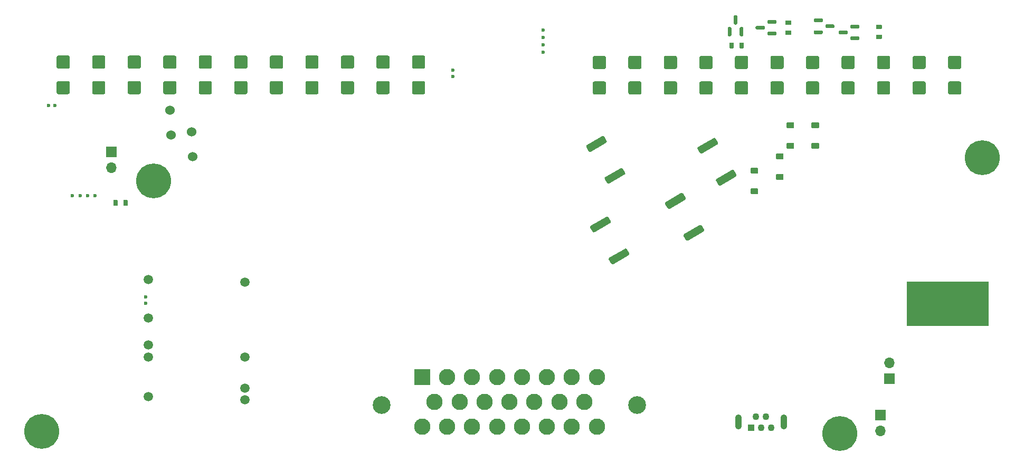
<source format=gbs>
G04 #@! TF.GenerationSoftware,KiCad,Pcbnew,8.0.1-8.0.1-1~ubuntu22.04.1*
G04 #@! TF.CreationDate,2024-04-28T00:00:29+00:00*
G04 #@! TF.ProjectId,uaeficopiedtovfr,75616566-6963-46f7-9069-6564746f7666,rev?*
G04 #@! TF.SameCoordinates,Original*
G04 #@! TF.FileFunction,Soldermask,Bot*
G04 #@! TF.FilePolarity,Negative*
%FSLAX46Y46*%
G04 Gerber Fmt 4.6, Leading zero omitted, Abs format (unit mm)*
G04 Created by KiCad (PCBNEW 8.0.1-8.0.1-1~ubuntu22.04.1) date 2024-04-28 00:00:29*
%MOMM*%
%LPD*%
G01*
G04 APERTURE LIST*
%ADD10C,0.120000*%
%ADD11C,5.600000*%
%ADD12R,1.700000X1.700000*%
%ADD13O,1.700000X1.700000*%
%ADD14C,0.600000*%
%ADD15C,1.500000*%
%ADD16C,2.850000*%
%ADD17R,2.625000X2.625000*%
%ADD18C,2.625000*%
%ADD19R,1.100000X1.100000*%
%ADD20C,1.100000*%
%ADD21O,1.100000X2.400000*%
%ADD22C,1.524000*%
G04 APERTURE END LIST*
D10*
G04 #@! TO.C,U2*
X156759000Y22030000D02*
X143759000Y22030000D01*
X143759000Y29030000D01*
X156759000Y29030000D01*
X156759000Y22030000D01*
G36*
X156759000Y22030000D02*
G01*
X143759000Y22030000D01*
X143759000Y29030000D01*
X156759000Y29030000D01*
X156759000Y22030000D01*
G37*
G04 #@! TD*
D11*
G04 #@! TO.C,H2*
X22925000Y45231000D03*
G04 #@! TD*
G04 #@! TO.C,H1*
X155885000Y48938000D03*
G04 #@! TD*
D12*
G04 #@! TO.C,JP3*
X139494000Y7635000D03*
D13*
X139494000Y5095000D03*
G04 #@! TD*
D14*
G04 #@! TO.C,M3*
X11118000Y42857000D03*
X9918000Y42857000D03*
X12318000Y42857000D03*
X13518000Y42857000D03*
X7058000Y57282000D03*
X6058000Y57282000D03*
G04 #@! TD*
D12*
G04 #@! TO.C,JP2*
X16186000Y49905000D03*
D13*
X16186000Y47365000D03*
G04 #@! TD*
D11*
G04 #@! TO.C,*
X5000000Y5000000D03*
G04 #@! TD*
D15*
G04 #@! TO.C,M1*
X22089005Y10557001D03*
X22089005Y16956998D03*
X22089005Y18857001D03*
X22089005Y23157001D03*
D14*
X21639006Y25556998D03*
X21639006Y26556999D03*
D15*
X22089005Y29407001D03*
X37589002Y10106999D03*
X37589002Y11956998D03*
X37589002Y16907001D03*
X37589002Y28956999D03*
G04 #@! TD*
D16*
G04 #@! TO.C,J4*
X59507000Y9220000D03*
X100507000Y9220000D03*
D17*
X66007000Y13720000D03*
D18*
X70007000Y13720000D03*
X74007000Y13720000D03*
X78007000Y13720000D03*
X82007000Y13720000D03*
X86007000Y13720000D03*
X90007000Y13720000D03*
X94007000Y13720000D03*
X68007000Y9720000D03*
X72007000Y9720000D03*
X76007000Y9720000D03*
X80007000Y9720000D03*
X84007000Y9720000D03*
X88007000Y9720000D03*
X92007000Y9720000D03*
X66007000Y5720000D03*
X70007000Y5720000D03*
X74007000Y5720000D03*
X78007000Y5720000D03*
X82007000Y5720000D03*
X86007000Y5720000D03*
X90007000Y5720000D03*
X94007000Y5720000D03*
G04 #@! TD*
G04 #@! TO.C,U1*
G36*
G01*
X150375000Y59331001D02*
X150375000Y60930999D01*
G75*
G02*
X150625001Y61181000I250001J0D01*
G01*
X152224999Y61181000D01*
G75*
G02*
X152475000Y60930999I0J-250001D01*
G01*
X152475000Y59331001D01*
G75*
G02*
X152224999Y59081000I-250001J0D01*
G01*
X150625001Y59081000D01*
G75*
G02*
X150375000Y59331001I0J250001D01*
G01*
G37*
G36*
G01*
X144675000Y59331001D02*
X144675000Y60930999D01*
G75*
G02*
X144925001Y61181000I250001J0D01*
G01*
X146524999Y61181000D01*
G75*
G02*
X146775000Y60930999I0J-250001D01*
G01*
X146775000Y59331001D01*
G75*
G02*
X146524999Y59081000I-250001J0D01*
G01*
X144925001Y59081000D01*
G75*
G02*
X144675000Y59331001I0J250001D01*
G01*
G37*
G36*
G01*
X138975000Y59331001D02*
X138975000Y60930999D01*
G75*
G02*
X139225001Y61181000I250001J0D01*
G01*
X140824999Y61181000D01*
G75*
G02*
X141075000Y60930999I0J-250001D01*
G01*
X141075000Y59331001D01*
G75*
G02*
X140824999Y59081000I-250001J0D01*
G01*
X139225001Y59081000D01*
G75*
G02*
X138975000Y59331001I0J250001D01*
G01*
G37*
G36*
G01*
X133275000Y59331001D02*
X133275000Y60930999D01*
G75*
G02*
X133525001Y61181000I250001J0D01*
G01*
X135124999Y61181000D01*
G75*
G02*
X135375000Y60930999I0J-250001D01*
G01*
X135375000Y59331001D01*
G75*
G02*
X135124999Y59081000I-250001J0D01*
G01*
X133525001Y59081000D01*
G75*
G02*
X133275000Y59331001I0J250001D01*
G01*
G37*
G36*
G01*
X127575000Y59331001D02*
X127575000Y60930999D01*
G75*
G02*
X127825001Y61181000I250001J0D01*
G01*
X129424999Y61181000D01*
G75*
G02*
X129675000Y60930999I0J-250001D01*
G01*
X129675000Y59331001D01*
G75*
G02*
X129424999Y59081000I-250001J0D01*
G01*
X127825001Y59081000D01*
G75*
G02*
X127575000Y59331001I0J250001D01*
G01*
G37*
G36*
G01*
X121875000Y59331001D02*
X121875000Y60930999D01*
G75*
G02*
X122125001Y61181000I250001J0D01*
G01*
X123724999Y61181000D01*
G75*
G02*
X123975000Y60930999I0J-250001D01*
G01*
X123975000Y59331001D01*
G75*
G02*
X123724999Y59081000I-250001J0D01*
G01*
X122125001Y59081000D01*
G75*
G02*
X121875000Y59331001I0J250001D01*
G01*
G37*
G36*
G01*
X116175000Y59331001D02*
X116175000Y60930999D01*
G75*
G02*
X116425001Y61181000I250001J0D01*
G01*
X118024999Y61181000D01*
G75*
G02*
X118275000Y60930999I0J-250001D01*
G01*
X118275000Y59331001D01*
G75*
G02*
X118024999Y59081000I-250001J0D01*
G01*
X116425001Y59081000D01*
G75*
G02*
X116175000Y59331001I0J250001D01*
G01*
G37*
G36*
G01*
X110475000Y59331001D02*
X110475000Y60930999D01*
G75*
G02*
X110725001Y61181000I250001J0D01*
G01*
X112324999Y61181000D01*
G75*
G02*
X112575000Y60930999I0J-250001D01*
G01*
X112575000Y59331001D01*
G75*
G02*
X112324999Y59081000I-250001J0D01*
G01*
X110725001Y59081000D01*
G75*
G02*
X110475000Y59331001I0J250001D01*
G01*
G37*
G36*
G01*
X104775000Y59331001D02*
X104775000Y60930999D01*
G75*
G02*
X105025001Y61181000I250001J0D01*
G01*
X106624999Y61181000D01*
G75*
G02*
X106875000Y60930999I0J-250001D01*
G01*
X106875000Y59331001D01*
G75*
G02*
X106624999Y59081000I-250001J0D01*
G01*
X105025001Y59081000D01*
G75*
G02*
X104775000Y59331001I0J250001D01*
G01*
G37*
G36*
G01*
X99075000Y59331001D02*
X99075000Y60930999D01*
G75*
G02*
X99325001Y61181000I250001J0D01*
G01*
X100924999Y61181000D01*
G75*
G02*
X101175000Y60930999I0J-250001D01*
G01*
X101175000Y59331001D01*
G75*
G02*
X100924999Y59081000I-250001J0D01*
G01*
X99325001Y59081000D01*
G75*
G02*
X99075000Y59331001I0J250001D01*
G01*
G37*
G36*
G01*
X93375000Y59331001D02*
X93375000Y60930999D01*
G75*
G02*
X93625001Y61181000I250001J0D01*
G01*
X95224999Y61181000D01*
G75*
G02*
X95475000Y60930999I0J-250001D01*
G01*
X95475000Y59331001D01*
G75*
G02*
X95224999Y59081000I-250001J0D01*
G01*
X93625001Y59081000D01*
G75*
G02*
X93375000Y59331001I0J250001D01*
G01*
G37*
G36*
G01*
X150375000Y63431001D02*
X150375000Y65030999D01*
G75*
G02*
X150625001Y65281000I250001J0D01*
G01*
X152224999Y65281000D01*
G75*
G02*
X152475000Y65030999I0J-250001D01*
G01*
X152475000Y63431001D01*
G75*
G02*
X152224999Y63181000I-250001J0D01*
G01*
X150625001Y63181000D01*
G75*
G02*
X150375000Y63431001I0J250001D01*
G01*
G37*
G36*
G01*
X144675000Y63431001D02*
X144675000Y65030999D01*
G75*
G02*
X144925001Y65281000I250001J0D01*
G01*
X146524999Y65281000D01*
G75*
G02*
X146775000Y65030999I0J-250001D01*
G01*
X146775000Y63431001D01*
G75*
G02*
X146524999Y63181000I-250001J0D01*
G01*
X144925001Y63181000D01*
G75*
G02*
X144675000Y63431001I0J250001D01*
G01*
G37*
G36*
G01*
X138975000Y63431001D02*
X138975000Y65030999D01*
G75*
G02*
X139225001Y65281000I250001J0D01*
G01*
X140824999Y65281000D01*
G75*
G02*
X141075000Y65030999I0J-250001D01*
G01*
X141075000Y63431001D01*
G75*
G02*
X140824999Y63181000I-250001J0D01*
G01*
X139225001Y63181000D01*
G75*
G02*
X138975000Y63431001I0J250001D01*
G01*
G37*
G36*
G01*
X133275000Y63431001D02*
X133275000Y65030999D01*
G75*
G02*
X133525001Y65281000I250001J0D01*
G01*
X135124999Y65281000D01*
G75*
G02*
X135375000Y65030999I0J-250001D01*
G01*
X135375000Y63431001D01*
G75*
G02*
X135124999Y63181000I-250001J0D01*
G01*
X133525001Y63181000D01*
G75*
G02*
X133275000Y63431001I0J250001D01*
G01*
G37*
G36*
G01*
X127575000Y63431001D02*
X127575000Y65030999D01*
G75*
G02*
X127825001Y65281000I250001J0D01*
G01*
X129424999Y65281000D01*
G75*
G02*
X129675000Y65030999I0J-250001D01*
G01*
X129675000Y63431001D01*
G75*
G02*
X129424999Y63181000I-250001J0D01*
G01*
X127825001Y63181000D01*
G75*
G02*
X127575000Y63431001I0J250001D01*
G01*
G37*
G36*
G01*
X121875000Y63431001D02*
X121875000Y65030999D01*
G75*
G02*
X122125001Y65281000I250001J0D01*
G01*
X123724999Y65281000D01*
G75*
G02*
X123975000Y65030999I0J-250001D01*
G01*
X123975000Y63431001D01*
G75*
G02*
X123724999Y63181000I-250001J0D01*
G01*
X122125001Y63181000D01*
G75*
G02*
X121875000Y63431001I0J250001D01*
G01*
G37*
G36*
G01*
X116175000Y63431001D02*
X116175000Y65030999D01*
G75*
G02*
X116425001Y65281000I250001J0D01*
G01*
X118024999Y65281000D01*
G75*
G02*
X118275000Y65030999I0J-250001D01*
G01*
X118275000Y63431001D01*
G75*
G02*
X118024999Y63181000I-250001J0D01*
G01*
X116425001Y63181000D01*
G75*
G02*
X116175000Y63431001I0J250001D01*
G01*
G37*
G36*
G01*
X110475000Y63431001D02*
X110475000Y65030999D01*
G75*
G02*
X110725001Y65281000I250001J0D01*
G01*
X112324999Y65281000D01*
G75*
G02*
X112575000Y65030999I0J-250001D01*
G01*
X112575000Y63431001D01*
G75*
G02*
X112324999Y63181000I-250001J0D01*
G01*
X110725001Y63181000D01*
G75*
G02*
X110475000Y63431001I0J250001D01*
G01*
G37*
G36*
G01*
X104775000Y63431001D02*
X104775000Y65030999D01*
G75*
G02*
X105025001Y65281000I250001J0D01*
G01*
X106624999Y65281000D01*
G75*
G02*
X106875000Y65030999I0J-250001D01*
G01*
X106875000Y63431001D01*
G75*
G02*
X106624999Y63181000I-250001J0D01*
G01*
X105025001Y63181000D01*
G75*
G02*
X104775000Y63431001I0J250001D01*
G01*
G37*
G36*
G01*
X99075000Y63431001D02*
X99075000Y65030999D01*
G75*
G02*
X99325001Y65281000I250001J0D01*
G01*
X100924999Y65281000D01*
G75*
G02*
X101175000Y65030999I0J-250001D01*
G01*
X101175000Y63431001D01*
G75*
G02*
X100924999Y63181000I-250001J0D01*
G01*
X99325001Y63181000D01*
G75*
G02*
X99075000Y63431001I0J250001D01*
G01*
G37*
G36*
G01*
X93375000Y63431001D02*
X93375000Y65030999D01*
G75*
G02*
X93625001Y65281000I250001J0D01*
G01*
X95224999Y65281000D01*
G75*
G02*
X95475000Y65030999I0J-250001D01*
G01*
X95475000Y63431001D01*
G75*
G02*
X95224999Y63181000I-250001J0D01*
G01*
X93625001Y63181000D01*
G75*
G02*
X93375000Y63431001I0J250001D01*
G01*
G37*
G36*
G01*
X64375000Y59381001D02*
X64375000Y60980999D01*
G75*
G02*
X64625001Y61231000I250001J0D01*
G01*
X66224999Y61231000D01*
G75*
G02*
X66475000Y60980999I0J-250001D01*
G01*
X66475000Y59381001D01*
G75*
G02*
X66224999Y59131000I-250001J0D01*
G01*
X64625001Y59131000D01*
G75*
G02*
X64375000Y59381001I0J250001D01*
G01*
G37*
G36*
G01*
X58675000Y59381001D02*
X58675000Y60980999D01*
G75*
G02*
X58925001Y61231000I250001J0D01*
G01*
X60524999Y61231000D01*
G75*
G02*
X60775000Y60980999I0J-250001D01*
G01*
X60775000Y59381001D01*
G75*
G02*
X60524999Y59131000I-250001J0D01*
G01*
X58925001Y59131000D01*
G75*
G02*
X58675000Y59381001I0J250001D01*
G01*
G37*
G36*
G01*
X52975000Y59381001D02*
X52975000Y60980999D01*
G75*
G02*
X53225001Y61231000I250001J0D01*
G01*
X54824999Y61231000D01*
G75*
G02*
X55075000Y60980999I0J-250001D01*
G01*
X55075000Y59381001D01*
G75*
G02*
X54824999Y59131000I-250001J0D01*
G01*
X53225001Y59131000D01*
G75*
G02*
X52975000Y59381001I0J250001D01*
G01*
G37*
G36*
G01*
X47275000Y59381001D02*
X47275000Y60980999D01*
G75*
G02*
X47525001Y61231000I250001J0D01*
G01*
X49124999Y61231000D01*
G75*
G02*
X49375000Y60980999I0J-250001D01*
G01*
X49375000Y59381001D01*
G75*
G02*
X49124999Y59131000I-250001J0D01*
G01*
X47525001Y59131000D01*
G75*
G02*
X47275000Y59381001I0J250001D01*
G01*
G37*
G36*
G01*
X41575000Y59381001D02*
X41575000Y60980999D01*
G75*
G02*
X41825001Y61231000I250001J0D01*
G01*
X43424999Y61231000D01*
G75*
G02*
X43675000Y60980999I0J-250001D01*
G01*
X43675000Y59381001D01*
G75*
G02*
X43424999Y59131000I-250001J0D01*
G01*
X41825001Y59131000D01*
G75*
G02*
X41575000Y59381001I0J250001D01*
G01*
G37*
G36*
G01*
X35875000Y59381001D02*
X35875000Y60980999D01*
G75*
G02*
X36125001Y61231000I250001J0D01*
G01*
X37724999Y61231000D01*
G75*
G02*
X37975000Y60980999I0J-250001D01*
G01*
X37975000Y59381001D01*
G75*
G02*
X37724999Y59131000I-250001J0D01*
G01*
X36125001Y59131000D01*
G75*
G02*
X35875000Y59381001I0J250001D01*
G01*
G37*
G36*
G01*
X30175000Y59381001D02*
X30175000Y60980999D01*
G75*
G02*
X30425001Y61231000I250001J0D01*
G01*
X32024999Y61231000D01*
G75*
G02*
X32275000Y60980999I0J-250001D01*
G01*
X32275000Y59381001D01*
G75*
G02*
X32024999Y59131000I-250001J0D01*
G01*
X30425001Y59131000D01*
G75*
G02*
X30175000Y59381001I0J250001D01*
G01*
G37*
G36*
G01*
X24475000Y59381001D02*
X24475000Y60980999D01*
G75*
G02*
X24725001Y61231000I250001J0D01*
G01*
X26324999Y61231000D01*
G75*
G02*
X26575000Y60980999I0J-250001D01*
G01*
X26575000Y59381001D01*
G75*
G02*
X26324999Y59131000I-250001J0D01*
G01*
X24725001Y59131000D01*
G75*
G02*
X24475000Y59381001I0J250001D01*
G01*
G37*
G36*
G01*
X18775000Y59381001D02*
X18775000Y60980999D01*
G75*
G02*
X19025001Y61231000I250001J0D01*
G01*
X20624999Y61231000D01*
G75*
G02*
X20875000Y60980999I0J-250001D01*
G01*
X20875000Y59381001D01*
G75*
G02*
X20624999Y59131000I-250001J0D01*
G01*
X19025001Y59131000D01*
G75*
G02*
X18775000Y59381001I0J250001D01*
G01*
G37*
G36*
G01*
X13075000Y59381001D02*
X13075000Y60980999D01*
G75*
G02*
X13325001Y61231000I250001J0D01*
G01*
X14924999Y61231000D01*
G75*
G02*
X15175000Y60980999I0J-250001D01*
G01*
X15175000Y59381001D01*
G75*
G02*
X14924999Y59131000I-250001J0D01*
G01*
X13325001Y59131000D01*
G75*
G02*
X13075000Y59381001I0J250001D01*
G01*
G37*
G36*
G01*
X7375000Y59381001D02*
X7375000Y60980999D01*
G75*
G02*
X7625001Y61231000I250001J0D01*
G01*
X9224999Y61231000D01*
G75*
G02*
X9475000Y60980999I0J-250001D01*
G01*
X9475000Y59381001D01*
G75*
G02*
X9224999Y59131000I-250001J0D01*
G01*
X7625001Y59131000D01*
G75*
G02*
X7375000Y59381001I0J250001D01*
G01*
G37*
G36*
G01*
X64375000Y63481001D02*
X64375000Y65080999D01*
G75*
G02*
X64625001Y65331000I250001J0D01*
G01*
X66224999Y65331000D01*
G75*
G02*
X66475000Y65080999I0J-250001D01*
G01*
X66475000Y63481001D01*
G75*
G02*
X66224999Y63231000I-250001J0D01*
G01*
X64625001Y63231000D01*
G75*
G02*
X64375000Y63481001I0J250001D01*
G01*
G37*
G36*
G01*
X58675000Y63481001D02*
X58675000Y65080999D01*
G75*
G02*
X58925001Y65331000I250001J0D01*
G01*
X60524999Y65331000D01*
G75*
G02*
X60775000Y65080999I0J-250001D01*
G01*
X60775000Y63481001D01*
G75*
G02*
X60524999Y63231000I-250001J0D01*
G01*
X58925001Y63231000D01*
G75*
G02*
X58675000Y63481001I0J250001D01*
G01*
G37*
G36*
G01*
X52975000Y63481001D02*
X52975000Y65080999D01*
G75*
G02*
X53225001Y65331000I250001J0D01*
G01*
X54824999Y65331000D01*
G75*
G02*
X55075000Y65080999I0J-250001D01*
G01*
X55075000Y63481001D01*
G75*
G02*
X54824999Y63231000I-250001J0D01*
G01*
X53225001Y63231000D01*
G75*
G02*
X52975000Y63481001I0J250001D01*
G01*
G37*
G36*
G01*
X47275000Y63481001D02*
X47275000Y65080999D01*
G75*
G02*
X47525001Y65331000I250001J0D01*
G01*
X49124999Y65331000D01*
G75*
G02*
X49375000Y65080999I0J-250001D01*
G01*
X49375000Y63481001D01*
G75*
G02*
X49124999Y63231000I-250001J0D01*
G01*
X47525001Y63231000D01*
G75*
G02*
X47275000Y63481001I0J250001D01*
G01*
G37*
G36*
G01*
X41575000Y63481001D02*
X41575000Y65080999D01*
G75*
G02*
X41825001Y65331000I250001J0D01*
G01*
X43424999Y65331000D01*
G75*
G02*
X43675000Y65080999I0J-250001D01*
G01*
X43675000Y63481001D01*
G75*
G02*
X43424999Y63231000I-250001J0D01*
G01*
X41825001Y63231000D01*
G75*
G02*
X41575000Y63481001I0J250001D01*
G01*
G37*
G36*
G01*
X35875000Y63481001D02*
X35875000Y65080999D01*
G75*
G02*
X36125001Y65331000I250001J0D01*
G01*
X37724999Y65331000D01*
G75*
G02*
X37975000Y65080999I0J-250001D01*
G01*
X37975000Y63481001D01*
G75*
G02*
X37724999Y63231000I-250001J0D01*
G01*
X36125001Y63231000D01*
G75*
G02*
X35875000Y63481001I0J250001D01*
G01*
G37*
G36*
G01*
X30175000Y63481001D02*
X30175000Y65080999D01*
G75*
G02*
X30425001Y65331000I250001J0D01*
G01*
X32024999Y65331000D01*
G75*
G02*
X32275000Y65080999I0J-250001D01*
G01*
X32275000Y63481001D01*
G75*
G02*
X32024999Y63231000I-250001J0D01*
G01*
X30425001Y63231000D01*
G75*
G02*
X30175000Y63481001I0J250001D01*
G01*
G37*
G36*
G01*
X24475000Y63481001D02*
X24475000Y65080999D01*
G75*
G02*
X24725001Y65331000I250001J0D01*
G01*
X26324999Y65331000D01*
G75*
G02*
X26575000Y65080999I0J-250001D01*
G01*
X26575000Y63481001D01*
G75*
G02*
X26324999Y63231000I-250001J0D01*
G01*
X24725001Y63231000D01*
G75*
G02*
X24475000Y63481001I0J250001D01*
G01*
G37*
G36*
G01*
X18775000Y63481001D02*
X18775000Y65080999D01*
G75*
G02*
X19025001Y65331000I250001J0D01*
G01*
X20624999Y65331000D01*
G75*
G02*
X20875000Y65080999I0J-250001D01*
G01*
X20875000Y63481001D01*
G75*
G02*
X20624999Y63231000I-250001J0D01*
G01*
X19025001Y63231000D01*
G75*
G02*
X18775000Y63481001I0J250001D01*
G01*
G37*
G36*
G01*
X13075000Y63481001D02*
X13075000Y65080999D01*
G75*
G02*
X13325001Y65331000I250001J0D01*
G01*
X14924999Y65331000D01*
G75*
G02*
X15175000Y65080999I0J-250001D01*
G01*
X15175000Y63481001D01*
G75*
G02*
X14924999Y63231000I-250001J0D01*
G01*
X13325001Y63231000D01*
G75*
G02*
X13075000Y63481001I0J250001D01*
G01*
G37*
G36*
G01*
X7375000Y63481001D02*
X7375000Y65080999D01*
G75*
G02*
X7625001Y65331000I250001J0D01*
G01*
X9224999Y65331000D01*
G75*
G02*
X9475000Y65080999I0J-250001D01*
G01*
X9475000Y63481001D01*
G75*
G02*
X9224999Y63231000I-250001J0D01*
G01*
X7625001Y63231000D01*
G75*
G02*
X7375000Y63481001I0J250001D01*
G01*
G37*
G04 #@! TD*
D14*
G04 #@! TO.C,M4*
X85383000Y67056000D03*
X85383000Y65856000D03*
X85383000Y68256000D03*
X85383000Y69456000D03*
X70958000Y62996000D03*
X70958000Y61996000D03*
G04 #@! TD*
D11*
G04 #@! TO.C,H1*
X132964000Y4651000D03*
G04 #@! TD*
D12*
G04 #@! TO.C,JP1*
X140970000Y13451000D03*
D13*
X140970000Y15991000D03*
G04 #@! TD*
D19*
G04 #@! TO.C,J8*
X118752000Y5627000D03*
D20*
X119552000Y7377000D03*
X120352000Y5627000D03*
X121152000Y7377000D03*
X121952000Y5627000D03*
D21*
X116702000Y6502000D03*
X124002000Y6502000D03*
G04 #@! TD*
D22*
G04 #@! TO.C,F2*
X25517588Y56584412D03*
X28982412Y53119588D03*
G04 #@! TD*
G04 #@! TO.C,F1*
X25723588Y52557412D03*
X29188412Y49092588D03*
G04 #@! TD*
G04 #@! TO.C,R16*
G36*
G01*
X117593000Y67354000D02*
X117593000Y66574000D01*
G75*
G02*
X117523000Y66504000I-70000J0D01*
G01*
X116963000Y66504000D01*
G75*
G02*
X116893000Y66574000I0J70000D01*
G01*
X116893000Y67354000D01*
G75*
G02*
X116963000Y67424000I70000J0D01*
G01*
X117523000Y67424000D01*
G75*
G02*
X117593000Y67354000I0J-70000D01*
G01*
G37*
G36*
G01*
X115993000Y67354000D02*
X115993000Y66574000D01*
G75*
G02*
X115923000Y66504000I-70000J0D01*
G01*
X115363000Y66504000D01*
G75*
G02*
X115293000Y66574000I0J70000D01*
G01*
X115293000Y67354000D01*
G75*
G02*
X115363000Y67424000I70000J0D01*
G01*
X115923000Y67424000D01*
G75*
G02*
X115993000Y67354000I0J-70000D01*
G01*
G37*
G04 #@! TD*
G04 #@! TO.C,D2*
G36*
G01*
X129564000Y50373000D02*
X128544000Y50373000D01*
G75*
G02*
X128454000Y50463000I0J90000D01*
G01*
X128454000Y51183000D01*
G75*
G02*
X128544000Y51273000I90000J0D01*
G01*
X129564000Y51273000D01*
G75*
G02*
X129654000Y51183000I0J-90000D01*
G01*
X129654000Y50463000D01*
G75*
G02*
X129564000Y50373000I-90000J0D01*
G01*
G37*
G36*
G01*
X129564000Y53673000D02*
X128544000Y53673000D01*
G75*
G02*
X128454000Y53763000I0J90000D01*
G01*
X128454000Y54483000D01*
G75*
G02*
X128544000Y54573000I90000J0D01*
G01*
X129564000Y54573000D01*
G75*
G02*
X129654000Y54483000I0J-90000D01*
G01*
X129654000Y53763000D01*
G75*
G02*
X129564000Y53673000I-90000J0D01*
G01*
G37*
G04 #@! TD*
G04 #@! TO.C,D5*
G36*
G01*
X125572000Y50400000D02*
X124552000Y50400000D01*
G75*
G02*
X124462000Y50490000I0J90000D01*
G01*
X124462000Y51210000D01*
G75*
G02*
X124552000Y51300000I90000J0D01*
G01*
X125572000Y51300000D01*
G75*
G02*
X125662000Y51210000I0J-90000D01*
G01*
X125662000Y50490000D01*
G75*
G02*
X125572000Y50400000I-90000J0D01*
G01*
G37*
G36*
G01*
X125572000Y53700000D02*
X124552000Y53700000D01*
G75*
G02*
X124462000Y53790000I0J90000D01*
G01*
X124462000Y54510000D01*
G75*
G02*
X124552000Y54600000I90000J0D01*
G01*
X125572000Y54600000D01*
G75*
G02*
X125662000Y54510000I0J-90000D01*
G01*
X125662000Y53790000D01*
G75*
G02*
X125572000Y53700000I-90000J0D01*
G01*
G37*
G04 #@! TD*
G04 #@! TO.C,R26*
G36*
G01*
X124352072Y70957000D02*
X125132072Y70957000D01*
G75*
G02*
X125202072Y70887000I0J-70000D01*
G01*
X125202072Y70327000D01*
G75*
G02*
X125132072Y70257000I-70000J0D01*
G01*
X124352072Y70257000D01*
G75*
G02*
X124282072Y70327000I0J70000D01*
G01*
X124282072Y70887000D01*
G75*
G02*
X124352072Y70957000I70000J0D01*
G01*
G37*
G36*
G01*
X124352072Y69357000D02*
X125132072Y69357000D01*
G75*
G02*
X125202072Y69287000I0J-70000D01*
G01*
X125202072Y68727000D01*
G75*
G02*
X125132072Y68657000I-70000J0D01*
G01*
X124352072Y68657000D01*
G75*
G02*
X124282072Y68727000I0J70000D01*
G01*
X124282072Y69287000D01*
G75*
G02*
X124352072Y69357000I70000J0D01*
G01*
G37*
G04 #@! TD*
G04 #@! TO.C,D3*
G36*
G01*
X119794000Y43095000D02*
X118774000Y43095000D01*
G75*
G02*
X118684000Y43185000I0J90000D01*
G01*
X118684000Y43905000D01*
G75*
G02*
X118774000Y43995000I90000J0D01*
G01*
X119794000Y43995000D01*
G75*
G02*
X119884000Y43905000I0J-90000D01*
G01*
X119884000Y43185000D01*
G75*
G02*
X119794000Y43095000I-90000J0D01*
G01*
G37*
G36*
G01*
X119794000Y46395000D02*
X118774000Y46395000D01*
G75*
G02*
X118684000Y46485000I0J90000D01*
G01*
X118684000Y47205000D01*
G75*
G02*
X118774000Y47295000I90000J0D01*
G01*
X119794000Y47295000D01*
G75*
G02*
X119884000Y47205000I0J-90000D01*
G01*
X119884000Y46485000D01*
G75*
G02*
X119794000Y46395000I-90000J0D01*
G01*
G37*
G04 #@! TD*
G04 #@! TO.C,R12*
G36*
G01*
X116315586Y45900460D02*
X113847414Y44475460D01*
G75*
G02*
X113505908Y44566966I-125000J216506D01*
G01*
X113143408Y45194834D01*
G75*
G02*
X113234914Y45536340I216506J125000D01*
G01*
X115703086Y46961340D01*
G75*
G02*
X116044592Y46869834I125000J-216506D01*
G01*
X116407092Y46241966D01*
G75*
G02*
X116315586Y45900460I-216506J-125000D01*
G01*
G37*
G36*
G01*
X113353086Y51031660D02*
X110884914Y49606660D01*
G75*
G02*
X110543408Y49698166I-125000J216506D01*
G01*
X110180908Y50326034D01*
G75*
G02*
X110272414Y50667540I216506J125000D01*
G01*
X112740586Y52092540D01*
G75*
G02*
X113082092Y52001034I125000J-216506D01*
G01*
X113444592Y51373166D01*
G75*
G02*
X113353086Y51031660I-216506J-125000D01*
G01*
G37*
G04 #@! TD*
G04 #@! TO.C,D4*
G36*
G01*
X123868000Y45394000D02*
X122848000Y45394000D01*
G75*
G02*
X122758000Y45484000I0J90000D01*
G01*
X122758000Y46204000D01*
G75*
G02*
X122848000Y46294000I90000J0D01*
G01*
X123868000Y46294000D01*
G75*
G02*
X123958000Y46204000I0J-90000D01*
G01*
X123958000Y45484000D01*
G75*
G02*
X123868000Y45394000I-90000J0D01*
G01*
G37*
G36*
G01*
X123868000Y48694000D02*
X122848000Y48694000D01*
G75*
G02*
X122758000Y48784000I0J90000D01*
G01*
X122758000Y49504000D01*
G75*
G02*
X122848000Y49594000I90000J0D01*
G01*
X123868000Y49594000D01*
G75*
G02*
X123958000Y49504000I0J-90000D01*
G01*
X123958000Y48784000D01*
G75*
G02*
X123868000Y48694000I-90000J0D01*
G01*
G37*
G04 #@! TD*
G04 #@! TO.C,D7*
G36*
G01*
X117371000Y68426000D02*
X117071000Y68426000D01*
G75*
G02*
X116921000Y68576000I0J150000D01*
G01*
X116921000Y69751000D01*
G75*
G02*
X117071000Y69901000I150000J0D01*
G01*
X117371000Y69901000D01*
G75*
G02*
X117521000Y69751000I0J-150000D01*
G01*
X117521000Y68576000D01*
G75*
G02*
X117371000Y68426000I-150000J0D01*
G01*
G37*
G36*
G01*
X116421000Y70301000D02*
X116121000Y70301000D01*
G75*
G02*
X115971000Y70451000I0J150000D01*
G01*
X115971000Y71626000D01*
G75*
G02*
X116121000Y71776000I150000J0D01*
G01*
X116421000Y71776000D01*
G75*
G02*
X116571000Y71626000I0J-150000D01*
G01*
X116571000Y70451000D01*
G75*
G02*
X116421000Y70301000I-150000J0D01*
G01*
G37*
G36*
G01*
X115471000Y68426000D02*
X115171000Y68426000D01*
G75*
G02*
X115021000Y68576000I0J150000D01*
G01*
X115021000Y69751000D01*
G75*
G02*
X115171000Y69901000I150000J0D01*
G01*
X115471000Y69901000D01*
G75*
G02*
X115621000Y69751000I0J-150000D01*
G01*
X115621000Y68576000D01*
G75*
G02*
X115471000Y68426000I-150000J0D01*
G01*
G37*
G04 #@! TD*
G04 #@! TO.C,R5*
G36*
G01*
X16463000Y41292000D02*
X16463000Y42072000D01*
G75*
G02*
X16533000Y42142000I70000J0D01*
G01*
X17093000Y42142000D01*
G75*
G02*
X17163000Y42072000I0J-70000D01*
G01*
X17163000Y41292000D01*
G75*
G02*
X17093000Y41222000I-70000J0D01*
G01*
X16533000Y41222000D01*
G75*
G02*
X16463000Y41292000I0J70000D01*
G01*
G37*
G36*
G01*
X18063000Y41292000D02*
X18063000Y42072000D01*
G75*
G02*
X18133000Y42142000I70000J0D01*
G01*
X18693000Y42142000D01*
G75*
G02*
X18763000Y42072000I0J-70000D01*
G01*
X18763000Y41292000D01*
G75*
G02*
X18693000Y41222000I-70000J0D01*
G01*
X18133000Y41222000D01*
G75*
G02*
X18063000Y41292000I0J70000D01*
G01*
G37*
G04 #@! TD*
G04 #@! TO.C,R25*
G36*
G01*
X138885000Y70283000D02*
X139665000Y70283000D01*
G75*
G02*
X139735000Y70213000I0J-70000D01*
G01*
X139735000Y69653000D01*
G75*
G02*
X139665000Y69583000I-70000J0D01*
G01*
X138885000Y69583000D01*
G75*
G02*
X138815000Y69653000I0J70000D01*
G01*
X138815000Y70213000D01*
G75*
G02*
X138885000Y70283000I70000J0D01*
G01*
G37*
G36*
G01*
X138885000Y68683000D02*
X139665000Y68683000D01*
G75*
G02*
X139735000Y68613000I0J-70000D01*
G01*
X139735000Y68053000D01*
G75*
G02*
X139665000Y67983000I-70000J0D01*
G01*
X138885000Y67983000D01*
G75*
G02*
X138815000Y68053000I0J70000D01*
G01*
X138815000Y68613000D01*
G75*
G02*
X138885000Y68683000I70000J0D01*
G01*
G37*
G04 #@! TD*
G04 #@! TO.C,R18*
G36*
G01*
X98465586Y46196460D02*
X95997414Y44771460D01*
G75*
G02*
X95655908Y44862966I-125000J216506D01*
G01*
X95293408Y45490834D01*
G75*
G02*
X95384914Y45832340I216506J125000D01*
G01*
X97853086Y47257340D01*
G75*
G02*
X98194592Y47165834I125000J-216506D01*
G01*
X98557092Y46537966D01*
G75*
G02*
X98465586Y46196460I-216506J-125000D01*
G01*
G37*
G36*
G01*
X95503086Y51327660D02*
X93034914Y49902660D01*
G75*
G02*
X92693408Y49994166I-125000J216506D01*
G01*
X92330908Y50622034D01*
G75*
G02*
X92422414Y50963540I216506J125000D01*
G01*
X94890586Y52388540D01*
G75*
G02*
X95232092Y52297034I125000J-216506D01*
G01*
X95594592Y51669166D01*
G75*
G02*
X95503086Y51327660I-216506J-125000D01*
G01*
G37*
G04 #@! TD*
G04 #@! TO.C,R13*
G36*
G01*
X99118586Y33268460D02*
X96650414Y31843460D01*
G75*
G02*
X96308908Y31934966I-125000J216506D01*
G01*
X95946408Y32562834D01*
G75*
G02*
X96037914Y32904340I216506J125000D01*
G01*
X98506086Y34329340D01*
G75*
G02*
X98847592Y34237834I125000J-216506D01*
G01*
X99210092Y33609966D01*
G75*
G02*
X99118586Y33268460I-216506J-125000D01*
G01*
G37*
G36*
G01*
X96156086Y38399660D02*
X93687914Y36974660D01*
G75*
G02*
X93346408Y37066166I-125000J216506D01*
G01*
X92983908Y37694034D01*
G75*
G02*
X93075414Y38035540I216506J125000D01*
G01*
X95543586Y39460540D01*
G75*
G02*
X95885092Y39369034I125000J-216506D01*
G01*
X96247592Y38741166D01*
G75*
G02*
X96156086Y38399660I-216506J-125000D01*
G01*
G37*
G04 #@! TD*
G04 #@! TO.C,Q12*
G36*
G01*
X122832000Y70907000D02*
X122832000Y70607000D01*
G75*
G02*
X122682000Y70457000I-150000J0D01*
G01*
X121507000Y70457000D01*
G75*
G02*
X121357000Y70607000I0J150000D01*
G01*
X121357000Y70907000D01*
G75*
G02*
X121507000Y71057000I150000J0D01*
G01*
X122682000Y71057000D01*
G75*
G02*
X122832000Y70907000I0J-150000D01*
G01*
G37*
G36*
G01*
X120957000Y69957000D02*
X120957000Y69657000D01*
G75*
G02*
X120807000Y69507000I-150000J0D01*
G01*
X119632000Y69507000D01*
G75*
G02*
X119482000Y69657000I0J150000D01*
G01*
X119482000Y69957000D01*
G75*
G02*
X119632000Y70107000I150000J0D01*
G01*
X120807000Y70107000D01*
G75*
G02*
X120957000Y69957000I0J-150000D01*
G01*
G37*
G36*
G01*
X122832000Y69007000D02*
X122832000Y68707000D01*
G75*
G02*
X122682000Y68557000I-150000J0D01*
G01*
X121507000Y68557000D01*
G75*
G02*
X121357000Y68707000I0J150000D01*
G01*
X121357000Y69007000D01*
G75*
G02*
X121507000Y69157000I150000J0D01*
G01*
X122682000Y69157000D01*
G75*
G02*
X122832000Y69007000I0J-150000D01*
G01*
G37*
G04 #@! TD*
G04 #@! TO.C,D6*
G36*
G01*
X128802000Y68930000D02*
X128802000Y69230000D01*
G75*
G02*
X128952000Y69380000I150000J0D01*
G01*
X130127000Y69380000D01*
G75*
G02*
X130277000Y69230000I0J-150000D01*
G01*
X130277000Y68930000D01*
G75*
G02*
X130127000Y68780000I-150000J0D01*
G01*
X128952000Y68780000D01*
G75*
G02*
X128802000Y68930000I0J150000D01*
G01*
G37*
G36*
G01*
X130677000Y69880000D02*
X130677000Y70180000D01*
G75*
G02*
X130827000Y70330000I150000J0D01*
G01*
X132002000Y70330000D01*
G75*
G02*
X132152000Y70180000I0J-150000D01*
G01*
X132152000Y69880000D01*
G75*
G02*
X132002000Y69730000I-150000J0D01*
G01*
X130827000Y69730000D01*
G75*
G02*
X130677000Y69880000I0J150000D01*
G01*
G37*
G36*
G01*
X128802000Y70830000D02*
X128802000Y71130000D01*
G75*
G02*
X128952000Y71280000I150000J0D01*
G01*
X130127000Y71280000D01*
G75*
G02*
X130277000Y71130000I0J-150000D01*
G01*
X130277000Y70830000D01*
G75*
G02*
X130127000Y70680000I-150000J0D01*
G01*
X128952000Y70680000D01*
G75*
G02*
X128802000Y70830000I0J150000D01*
G01*
G37*
G04 #@! TD*
G04 #@! TO.C,R14*
G36*
G01*
X111119586Y37056460D02*
X108651414Y35631460D01*
G75*
G02*
X108309908Y35722966I-125000J216506D01*
G01*
X107947408Y36350834D01*
G75*
G02*
X108038914Y36692340I216506J125000D01*
G01*
X110507086Y38117340D01*
G75*
G02*
X110848592Y38025834I125000J-216506D01*
G01*
X111211092Y37397966D01*
G75*
G02*
X111119586Y37056460I-216506J-125000D01*
G01*
G37*
G36*
G01*
X108157086Y42187660D02*
X105688914Y40762660D01*
G75*
G02*
X105347408Y40854166I-125000J216506D01*
G01*
X104984908Y41482034D01*
G75*
G02*
X105076414Y41823540I216506J125000D01*
G01*
X107544586Y43248540D01*
G75*
G02*
X107886092Y43157034I125000J-216506D01*
G01*
X108248592Y42529166D01*
G75*
G02*
X108157086Y42187660I-216506J-125000D01*
G01*
G37*
G04 #@! TD*
G04 #@! TO.C,Q11*
G36*
G01*
X136144000Y70164000D02*
X136144000Y69864000D01*
G75*
G02*
X135994000Y69714000I-150000J0D01*
G01*
X134819000Y69714000D01*
G75*
G02*
X134669000Y69864000I0J150000D01*
G01*
X134669000Y70164000D01*
G75*
G02*
X134819000Y70314000I150000J0D01*
G01*
X135994000Y70314000D01*
G75*
G02*
X136144000Y70164000I0J-150000D01*
G01*
G37*
G36*
G01*
X134269000Y69214000D02*
X134269000Y68914000D01*
G75*
G02*
X134119000Y68764000I-150000J0D01*
G01*
X132944000Y68764000D01*
G75*
G02*
X132794000Y68914000I0J150000D01*
G01*
X132794000Y69214000D01*
G75*
G02*
X132944000Y69364000I150000J0D01*
G01*
X134119000Y69364000D01*
G75*
G02*
X134269000Y69214000I0J-150000D01*
G01*
G37*
G36*
G01*
X136144000Y68264000D02*
X136144000Y67964000D01*
G75*
G02*
X135994000Y67814000I-150000J0D01*
G01*
X134819000Y67814000D01*
G75*
G02*
X134669000Y67964000I0J150000D01*
G01*
X134669000Y68264000D01*
G75*
G02*
X134819000Y68414000I150000J0D01*
G01*
X135994000Y68414000D01*
G75*
G02*
X136144000Y68264000I0J-150000D01*
G01*
G37*
G04 #@! TD*
M02*

</source>
